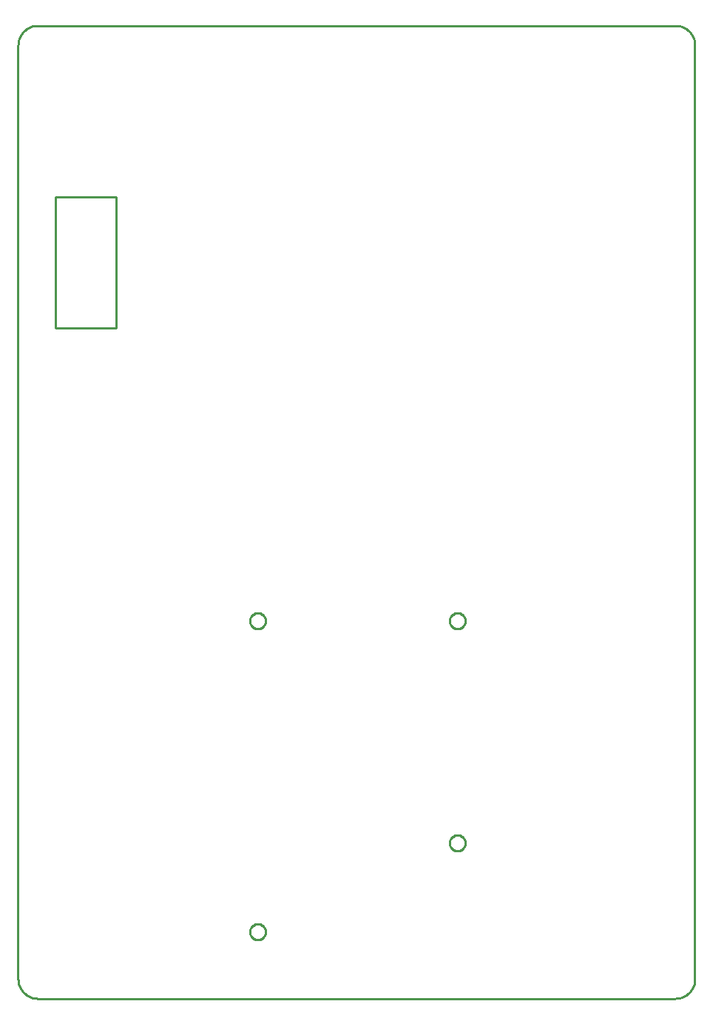
<source format=gbr>
G04 EAGLE Gerber X2 export*
%TF.Part,Single*%
%TF.FileFunction,Profile,NP*%
%TF.FilePolarity,Positive*%
%TF.GenerationSoftware,Autodesk,EAGLE,9.1.0*%
%TF.CreationDate,2019-10-14T18:10:00Z*%
G75*
%MOMM*%
%FSLAX34Y34*%
%LPD*%
%AMOC8*
5,1,8,0,0,1.08239X$1,22.5*%
G01*
%ADD10C,0.254000*%


D10*
X-2540Y22860D02*
X-2453Y20868D01*
X-2193Y18890D01*
X-1761Y16943D01*
X-1161Y15041D01*
X-398Y13199D01*
X523Y11430D01*
X1594Y9748D01*
X2808Y8166D01*
X4156Y6696D01*
X5626Y5348D01*
X7208Y4134D01*
X8890Y3063D01*
X10659Y2142D01*
X12501Y1379D01*
X14403Y779D01*
X16350Y347D01*
X18328Y87D01*
X20320Y0D01*
X749300Y0D01*
X751292Y87D01*
X753270Y347D01*
X755217Y779D01*
X757119Y1379D01*
X758961Y2142D01*
X760730Y3063D01*
X762412Y4134D01*
X763994Y5348D01*
X765464Y6696D01*
X766812Y8166D01*
X768026Y9748D01*
X769097Y11430D01*
X770018Y13199D01*
X770781Y15041D01*
X771381Y16943D01*
X771813Y18890D01*
X772073Y20868D01*
X772160Y22860D01*
X772160Y1089660D01*
X772073Y1091652D01*
X771813Y1093630D01*
X771381Y1095577D01*
X770781Y1097479D01*
X770018Y1099321D01*
X769097Y1101090D01*
X768026Y1102772D01*
X766812Y1104354D01*
X765464Y1105824D01*
X763994Y1107172D01*
X762412Y1108386D01*
X760730Y1109457D01*
X758961Y1110378D01*
X757119Y1111141D01*
X755217Y1111741D01*
X753270Y1112173D01*
X751292Y1112433D01*
X749300Y1112520D01*
X20320Y1112520D01*
X18328Y1112433D01*
X16350Y1112173D01*
X14403Y1111741D01*
X12501Y1111141D01*
X10659Y1110378D01*
X8890Y1109457D01*
X7208Y1108386D01*
X5626Y1107172D01*
X4156Y1105824D01*
X2808Y1104354D01*
X1594Y1102772D01*
X523Y1101090D01*
X-398Y1099321D01*
X-1161Y1097479D01*
X-1761Y1095577D01*
X-2193Y1093630D01*
X-2453Y1091652D01*
X-2540Y1089660D01*
X-2540Y22860D01*
X40000Y766800D02*
X110000Y766800D01*
X110000Y916800D01*
X40000Y916800D01*
X40000Y766800D01*
X40000Y766800D02*
X110000Y766800D01*
X110000Y916800D01*
X40000Y916800D01*
X40000Y766800D01*
X499987Y186800D02*
X499204Y186732D01*
X498430Y186595D01*
X497671Y186392D01*
X496933Y186123D01*
X496220Y185791D01*
X495540Y185398D01*
X494896Y184947D01*
X494294Y184442D01*
X493738Y183886D01*
X493233Y183284D01*
X492782Y182640D01*
X492389Y181960D01*
X492057Y181247D01*
X491788Y180509D01*
X491585Y179750D01*
X491449Y178976D01*
X491380Y178193D01*
X491380Y177407D01*
X491449Y176624D01*
X491585Y175850D01*
X491788Y175091D01*
X492057Y174353D01*
X492389Y173640D01*
X492782Y172960D01*
X493233Y172316D01*
X493738Y171714D01*
X494294Y171158D01*
X494896Y170653D01*
X495540Y170202D01*
X496220Y169809D01*
X496933Y169477D01*
X497671Y169208D01*
X498430Y169005D01*
X499204Y168869D01*
X499987Y168800D01*
X500773Y168800D01*
X501556Y168869D01*
X502330Y169005D01*
X503089Y169208D01*
X503827Y169477D01*
X504540Y169809D01*
X505220Y170202D01*
X505864Y170653D01*
X506466Y171158D01*
X507022Y171714D01*
X507527Y172316D01*
X507978Y172960D01*
X508371Y173640D01*
X508703Y174353D01*
X508972Y175091D01*
X509175Y175850D01*
X509312Y176624D01*
X509380Y177407D01*
X509380Y178193D01*
X509312Y178976D01*
X509175Y179750D01*
X508972Y180509D01*
X508703Y181247D01*
X508371Y181960D01*
X507978Y182640D01*
X507527Y183284D01*
X507022Y183886D01*
X506466Y184442D01*
X505864Y184947D01*
X505220Y185398D01*
X504540Y185791D01*
X503827Y186123D01*
X503089Y186392D01*
X502330Y186595D01*
X501556Y186732D01*
X500773Y186800D01*
X499987Y186800D01*
X499987Y440800D02*
X499204Y440732D01*
X498430Y440595D01*
X497671Y440392D01*
X496933Y440123D01*
X496220Y439791D01*
X495540Y439398D01*
X494896Y438947D01*
X494294Y438442D01*
X493738Y437886D01*
X493233Y437284D01*
X492782Y436640D01*
X492389Y435960D01*
X492057Y435247D01*
X491788Y434509D01*
X491585Y433750D01*
X491449Y432976D01*
X491380Y432193D01*
X491380Y431407D01*
X491449Y430624D01*
X491585Y429850D01*
X491788Y429091D01*
X492057Y428353D01*
X492389Y427640D01*
X492782Y426960D01*
X493233Y426316D01*
X493738Y425714D01*
X494294Y425158D01*
X494896Y424653D01*
X495540Y424202D01*
X496220Y423809D01*
X496933Y423477D01*
X497671Y423208D01*
X498430Y423005D01*
X499204Y422869D01*
X499987Y422800D01*
X500773Y422800D01*
X501556Y422869D01*
X502330Y423005D01*
X503089Y423208D01*
X503827Y423477D01*
X504540Y423809D01*
X505220Y424202D01*
X505864Y424653D01*
X506466Y425158D01*
X507022Y425714D01*
X507527Y426316D01*
X507978Y426960D01*
X508371Y427640D01*
X508703Y428353D01*
X508972Y429091D01*
X509175Y429850D01*
X509312Y430624D01*
X509380Y431407D01*
X509380Y432193D01*
X509312Y432976D01*
X509175Y433750D01*
X508972Y434509D01*
X508703Y435247D01*
X508371Y435960D01*
X507978Y436640D01*
X507527Y437284D01*
X507022Y437886D01*
X506466Y438442D01*
X505864Y438947D01*
X505220Y439398D01*
X504540Y439791D01*
X503827Y440123D01*
X503089Y440392D01*
X502330Y440595D01*
X501556Y440732D01*
X500773Y440800D01*
X499987Y440800D01*
X271387Y85200D02*
X270604Y85132D01*
X269830Y84995D01*
X269071Y84792D01*
X268333Y84523D01*
X267620Y84191D01*
X266940Y83798D01*
X266296Y83347D01*
X265694Y82842D01*
X265138Y82286D01*
X264633Y81684D01*
X264182Y81040D01*
X263789Y80360D01*
X263457Y79647D01*
X263188Y78909D01*
X262985Y78150D01*
X262849Y77376D01*
X262780Y76593D01*
X262780Y75807D01*
X262849Y75024D01*
X262985Y74250D01*
X263188Y73491D01*
X263457Y72753D01*
X263789Y72040D01*
X264182Y71360D01*
X264633Y70716D01*
X265138Y70114D01*
X265694Y69558D01*
X266296Y69053D01*
X266940Y68602D01*
X267620Y68209D01*
X268333Y67877D01*
X269071Y67608D01*
X269830Y67405D01*
X270604Y67269D01*
X271387Y67200D01*
X272173Y67200D01*
X272956Y67269D01*
X273730Y67405D01*
X274489Y67608D01*
X275227Y67877D01*
X275940Y68209D01*
X276620Y68602D01*
X277264Y69053D01*
X277866Y69558D01*
X278422Y70114D01*
X278927Y70716D01*
X279378Y71360D01*
X279771Y72040D01*
X280103Y72753D01*
X280372Y73491D01*
X280575Y74250D01*
X280712Y75024D01*
X280780Y75807D01*
X280780Y76593D01*
X280712Y77376D01*
X280575Y78150D01*
X280372Y78909D01*
X280103Y79647D01*
X279771Y80360D01*
X279378Y81040D01*
X278927Y81684D01*
X278422Y82286D01*
X277866Y82842D01*
X277264Y83347D01*
X276620Y83798D01*
X275940Y84191D01*
X275227Y84523D01*
X274489Y84792D01*
X273730Y84995D01*
X272956Y85132D01*
X272173Y85200D01*
X271387Y85200D01*
X271387Y440800D02*
X270604Y440732D01*
X269830Y440595D01*
X269071Y440392D01*
X268333Y440123D01*
X267620Y439791D01*
X266940Y439398D01*
X266296Y438947D01*
X265694Y438442D01*
X265138Y437886D01*
X264633Y437284D01*
X264182Y436640D01*
X263789Y435960D01*
X263457Y435247D01*
X263188Y434509D01*
X262985Y433750D01*
X262849Y432976D01*
X262780Y432193D01*
X262780Y431407D01*
X262849Y430624D01*
X262985Y429850D01*
X263188Y429091D01*
X263457Y428353D01*
X263789Y427640D01*
X264182Y426960D01*
X264633Y426316D01*
X265138Y425714D01*
X265694Y425158D01*
X266296Y424653D01*
X266940Y424202D01*
X267620Y423809D01*
X268333Y423477D01*
X269071Y423208D01*
X269830Y423005D01*
X270604Y422869D01*
X271387Y422800D01*
X272173Y422800D01*
X272956Y422869D01*
X273730Y423005D01*
X274489Y423208D01*
X275227Y423477D01*
X275940Y423809D01*
X276620Y424202D01*
X277264Y424653D01*
X277866Y425158D01*
X278422Y425714D01*
X278927Y426316D01*
X279378Y426960D01*
X279771Y427640D01*
X280103Y428353D01*
X280372Y429091D01*
X280575Y429850D01*
X280712Y430624D01*
X280780Y431407D01*
X280780Y432193D01*
X280712Y432976D01*
X280575Y433750D01*
X280372Y434509D01*
X280103Y435247D01*
X279771Y435960D01*
X279378Y436640D01*
X278927Y437284D01*
X278422Y437886D01*
X277866Y438442D01*
X277264Y438947D01*
X276620Y439398D01*
X275940Y439791D01*
X275227Y440123D01*
X274489Y440392D01*
X273730Y440595D01*
X272956Y440732D01*
X272173Y440800D01*
X271387Y440800D01*
M02*

</source>
